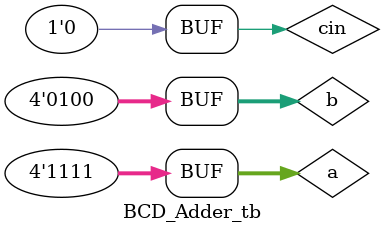
<source format=v>
/* dependencies: Half_Adder, Full_Adder, 4bit_Full_Adder */
module BCD_Adder(cout, s, a, b, cin);
	input [3:0]a;
	input [3:0]b;
	input cin;
	output [3:0]s;
	output cout;
	wire [3:0]s1,b2;
	wire and1,and2,or1,carry1,carry2;

	Four_bit_Full_Adder FFA1(carry1,s1,a,b,cin);

	and (and1,s1[3],s1[2]);
	and (and2,s1[3],s1[1]);
	or (or1,and1,and2);
	or(cout,carry1,or1);		

	buf(b2[0],0);
	buf(b2[3],0);
	buf(b2[1],cout);
	buf(b2[2],cout);
	buf(cin,0);

	Four_bit_Full_Adder FFA2(carry2,s,s1,b2,cin);

endmodule

module BCD_Adder_tb;
	reg [3:0] a, b;
	reg cin;
	wire cout;
	wire [3:0] s;

	BCD_Adder BA(cout, s, a, b, cin);

	initial begin
		cin=0; 
		a = 4'b0000; b = 4'b0000; #50;
		a = 4'b0000; b = 4'b0001; #50;
		a = 4'b0001; b = 4'b0001; #50;
		a = 4'b0010; b = 4'b0001; #50;
		a = 4'b0010; b = 4'b0010; #50;
		a = 4'b0010; b = 4'b0011; #50;
		a = 4'b0101; b = 4'b0001; #50;
		a = 4'b0101; b = 4'b0010; #50;
		a = 4'b1000; b = 4'b0000; #50;
		a = 4'b0110; b = 4'b0011; #50;
		a = 4'b1000; b = 4'b0010; #50;
		a = 4'b1000; b = 4'b0011; #50;
		a = 4'b1000; b = 4'b0100; #50;
		a = 4'b1011; b = 4'b0010; #50;
		a = 4'b0101; b = 4'b1001; #50;
		a = 4'b0111; b = 4'b1000; #50;
		a = 4'b1001; b = 4'b0111; #50;
		a = 4'b1011; b = 4'b0110; #50;
		a = 4'b1101; b = 4'b0101; #50;
		a = 4'b1111; b = 4'b0100; #50;
	end
endmodule
</source>
